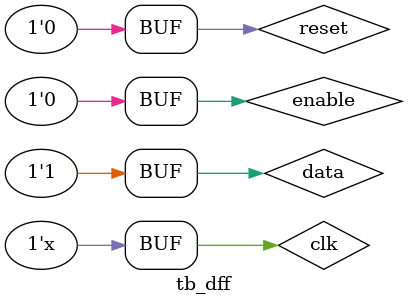
<source format=v>
module tb_dff ();

reg data;
reg clk;
reg reset;
reg enable;
wire q;

    
    dflipflop uut (
        .clk(clk), 
        .enable(enable), 
        .reset(reset), 
        .data(data), 
        .q(q)
    ); 
	 
	
    initial clk = 0;
    always #10 clk =~clk;
    
    initial begin
       
        enable = 0;
        reset = 0;
        data = 0;
        
        #100;
       
        data=1;
        reset = 1; #100;
        reset = 0; #100;
        enable = 1; #100;
        data = 0;  #100;
        enable = 0; #100;
        data = 1;  #100;
        
    end
      
endmodule

</source>
